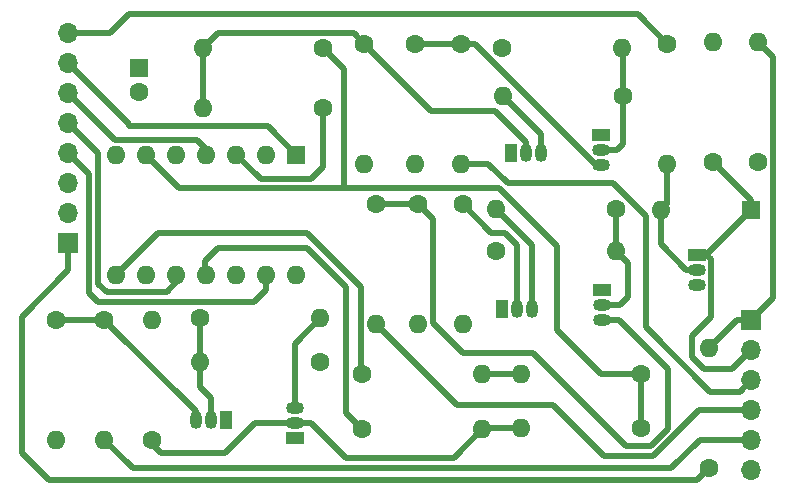
<source format=gbl>
G04 #@! TF.GenerationSoftware,KiCad,Pcbnew,6.0.0-d3dd2cf0fa~116~ubuntu20.04.1*
G04 #@! TF.CreationDate,2022-01-14T17:34:53+00:00*
G04 #@! TF.ProjectId,videopac_rgb,76696465-6f70-4616-935f-7267622e6b69,rev?*
G04 #@! TF.SameCoordinates,Original*
G04 #@! TF.FileFunction,Copper,L2,Bot*
G04 #@! TF.FilePolarity,Positive*
%FSLAX46Y46*%
G04 Gerber Fmt 4.6, Leading zero omitted, Abs format (unit mm)*
G04 Created by KiCad (PCBNEW 6.0.0-d3dd2cf0fa~116~ubuntu20.04.1) date 2022-01-14 17:34:53*
%MOMM*%
%LPD*%
G01*
G04 APERTURE LIST*
G04 #@! TA.AperFunction,ComponentPad*
%ADD10R,1.700000X1.700000*%
G04 #@! TD*
G04 #@! TA.AperFunction,ComponentPad*
%ADD11O,1.700000X1.700000*%
G04 #@! TD*
G04 #@! TA.AperFunction,ComponentPad*
%ADD12R,1.500000X1.050000*%
G04 #@! TD*
G04 #@! TA.AperFunction,ComponentPad*
%ADD13O,1.500000X1.050000*%
G04 #@! TD*
G04 #@! TA.AperFunction,ComponentPad*
%ADD14R,1.050000X1.500000*%
G04 #@! TD*
G04 #@! TA.AperFunction,ComponentPad*
%ADD15O,1.050000X1.500000*%
G04 #@! TD*
G04 #@! TA.AperFunction,ComponentPad*
%ADD16C,1.600000*%
G04 #@! TD*
G04 #@! TA.AperFunction,ComponentPad*
%ADD17O,1.600000X1.600000*%
G04 #@! TD*
G04 #@! TA.AperFunction,ComponentPad*
%ADD18R,1.600000X1.600000*%
G04 #@! TD*
G04 #@! TA.AperFunction,Conductor*
%ADD19C,0.500000*%
G04 #@! TD*
G04 APERTURE END LIST*
D10*
X99105000Y-40140000D03*
D11*
X99105000Y-42680000D03*
X99105000Y-45220000D03*
X99105000Y-47760000D03*
X99105000Y-50300000D03*
X99105000Y-52840000D03*
D12*
X86487000Y-37592000D03*
D13*
X86487000Y-38862000D03*
X86487000Y-40132000D03*
D14*
X78740000Y-26014000D03*
D15*
X80010000Y-26014000D03*
X81280000Y-26014000D03*
D16*
X77470000Y-34290000D03*
D17*
X87630000Y-34290000D03*
D16*
X89789000Y-49276000D03*
D17*
X79629000Y-49276000D03*
D16*
X88265000Y-21209000D03*
D17*
X78105000Y-21209000D03*
D16*
X74676000Y-30353000D03*
D17*
X74676000Y-40513000D03*
D12*
X94510000Y-34620000D03*
D13*
X94510000Y-35890000D03*
X94510000Y-37160000D03*
D16*
X62865000Y-22225000D03*
D17*
X52705000Y-22225000D03*
D10*
X41275000Y-33655000D03*
D11*
X41275000Y-31115000D03*
X41275000Y-28575000D03*
X41275000Y-26035000D03*
X41275000Y-23495000D03*
X41275000Y-20955000D03*
X41275000Y-18415000D03*
X41275000Y-15875000D03*
D14*
X77978000Y-39222000D03*
D15*
X79248000Y-39222000D03*
X80518000Y-39222000D03*
D16*
X99695000Y-26797000D03*
D17*
X99695000Y-16637000D03*
D16*
X66167000Y-49403000D03*
D17*
X76327000Y-49403000D03*
D16*
X89789000Y-44704000D03*
D17*
X79629000Y-44704000D03*
D16*
X91948000Y-16764000D03*
D17*
X91948000Y-26924000D03*
D16*
X77978000Y-17145000D03*
D17*
X88138000Y-17145000D03*
D16*
X67310000Y-30353000D03*
D17*
X67310000Y-40513000D03*
D16*
X48387000Y-50292000D03*
D17*
X48387000Y-40132000D03*
D16*
X52451000Y-40005000D03*
D17*
X62611000Y-40005000D03*
D16*
X40259000Y-40132000D03*
D17*
X40259000Y-50292000D03*
D14*
X54610000Y-48641000D03*
D15*
X53340000Y-48641000D03*
X52070000Y-48641000D03*
D16*
X95885000Y-26797000D03*
D17*
X95885000Y-16637000D03*
D12*
X86360000Y-24511000D03*
D13*
X86360000Y-25781000D03*
X86360000Y-27051000D03*
D16*
X70612000Y-16743000D03*
D17*
X70612000Y-26903000D03*
D16*
X62865000Y-17145000D03*
D17*
X52705000Y-17145000D03*
D16*
X66167000Y-44704000D03*
D17*
X76327000Y-44704000D03*
D12*
X60431000Y-50165000D03*
D13*
X60431000Y-48895000D03*
X60431000Y-47625000D03*
D16*
X70866000Y-30353000D03*
D17*
X70866000Y-40513000D03*
D16*
X66294000Y-16743000D03*
D17*
X66294000Y-26903000D03*
D18*
X47244000Y-18856888D03*
D16*
X47244000Y-20856888D03*
X62611000Y-43688000D03*
D17*
X52451000Y-43688000D03*
D18*
X60579000Y-26162000D03*
D17*
X58039000Y-26162000D03*
X55499000Y-26162000D03*
X52959000Y-26162000D03*
X50419000Y-26162000D03*
X47879000Y-26162000D03*
X45339000Y-26162000D03*
X45339000Y-36322000D03*
X47879000Y-36322000D03*
X50419000Y-36322000D03*
X52959000Y-36322000D03*
X55499000Y-36322000D03*
X58039000Y-36322000D03*
X60579000Y-36322000D03*
D16*
X87630000Y-30734000D03*
D17*
X77470000Y-30734000D03*
D16*
X95504000Y-52705000D03*
D17*
X95504000Y-42545000D03*
D16*
X44323000Y-40132000D03*
D17*
X44323000Y-50292000D03*
D16*
X74549000Y-16743000D03*
D17*
X74549000Y-26903000D03*
D18*
X99060000Y-30861000D03*
D17*
X91440000Y-30861000D03*
D19*
X99695000Y-16637000D02*
X100944511Y-17886511D01*
X100944511Y-17886511D02*
X100944511Y-38300489D01*
X100944511Y-38300489D02*
X99105000Y-40140000D01*
X94107000Y-41529000D02*
X95709520Y-39926480D01*
X95709520Y-39926480D02*
X95709520Y-35028520D01*
X95709520Y-35028520D02*
X95301000Y-34620000D01*
X94510000Y-34620000D02*
X95301000Y-34620000D01*
X95301000Y-34620000D02*
X99060000Y-30861000D01*
X91440000Y-30861000D02*
X91440000Y-33724022D01*
X91440000Y-33724022D02*
X93605978Y-35890000D01*
X93605978Y-35890000D02*
X94510000Y-35890000D01*
X92075000Y-49355742D02*
X92075000Y-44323000D01*
X90630742Y-50800000D02*
X92075000Y-49355742D01*
X74676000Y-42926000D02*
X80645000Y-42926000D01*
X88519000Y-50800000D02*
X90630742Y-50800000D01*
X70866000Y-30353000D02*
X72115511Y-31602511D01*
X87884000Y-40132000D02*
X86487000Y-40132000D01*
X72115511Y-40365511D02*
X74676000Y-42926000D01*
X80645000Y-42926000D02*
X88519000Y-50800000D01*
X72115511Y-31602511D02*
X72115511Y-40365511D01*
X92075000Y-44323000D02*
X87884000Y-40132000D01*
X99105000Y-47760000D02*
X94660000Y-47760000D01*
X94660000Y-47760000D02*
X90730000Y-51690000D01*
X90730000Y-51690000D02*
X86615000Y-51690000D01*
X86615000Y-51690000D02*
X82296000Y-47371000D01*
X82296000Y-47371000D02*
X74168000Y-47371000D01*
X74168000Y-47371000D02*
X67310000Y-40513000D01*
X66294000Y-16743000D02*
X72009511Y-22458511D01*
X72009511Y-22458511D02*
X77358533Y-22458511D01*
X80010000Y-25109978D02*
X80010000Y-26014000D01*
X77358533Y-22458511D02*
X80010000Y-25109978D01*
X66294000Y-16743000D02*
X65446489Y-15895489D01*
X65446489Y-15895489D02*
X53954511Y-15895489D01*
X53954511Y-15895489D02*
X52705000Y-17145000D01*
X99105000Y-40140000D02*
X97909000Y-40140000D01*
X97909000Y-40140000D02*
X95504000Y-42545000D01*
X44323000Y-50292000D02*
X46736000Y-52705000D01*
X46736000Y-52705000D02*
X92329000Y-52705000D01*
X92329000Y-52705000D02*
X94734000Y-50300000D01*
X94734000Y-50300000D02*
X99105000Y-50300000D01*
X95631000Y-46228000D02*
X98097000Y-46228000D01*
X98097000Y-46228000D02*
X99105000Y-45220000D01*
X95123000Y-44323000D02*
X97462000Y-44323000D01*
X97462000Y-44323000D02*
X99105000Y-42680000D01*
X95123000Y-44323000D02*
X94107000Y-43307000D01*
X94107000Y-43307000D02*
X94107000Y-41529000D01*
X66167000Y-44704000D02*
X66060489Y-44597489D01*
X61468000Y-32766000D02*
X48895000Y-32766000D01*
X48895000Y-32766000D02*
X45339000Y-36322000D01*
X66060489Y-44597489D02*
X66060489Y-37358489D01*
X66060489Y-37358489D02*
X61468000Y-32766000D01*
X77470000Y-30734000D02*
X80518000Y-33782000D01*
X80518000Y-33782000D02*
X80518000Y-39222000D01*
X79248000Y-33782000D02*
X79248000Y-39222000D01*
X74676000Y-30353000D02*
X77089000Y-32766000D01*
X78232000Y-32766000D02*
X79248000Y-33782000D01*
X77089000Y-32766000D02*
X78232000Y-32766000D01*
X88646000Y-35306000D02*
X87630000Y-34290000D01*
X88646000Y-38227000D02*
X88646000Y-35306000D01*
X86487000Y-38862000D02*
X88011000Y-38862000D01*
X88011000Y-38862000D02*
X88646000Y-38227000D01*
X87630000Y-30734000D02*
X87630000Y-34290000D01*
X70866000Y-30353000D02*
X67310000Y-30353000D01*
X54498022Y-51435000D02*
X49149000Y-51435000D01*
X60431000Y-48895000D02*
X57038022Y-48895000D01*
X61849000Y-48895000D02*
X60431000Y-48895000D01*
X57038022Y-48895000D02*
X54498022Y-51435000D01*
X73914000Y-51816000D02*
X64770000Y-51816000D01*
X76327000Y-49403000D02*
X73914000Y-51816000D01*
X76454000Y-49276000D02*
X76327000Y-49403000D01*
X79629000Y-49276000D02*
X76454000Y-49276000D01*
X64770000Y-51816000D02*
X61849000Y-48895000D01*
X49149000Y-51435000D02*
X48387000Y-50673000D01*
X48387000Y-50673000D02*
X48387000Y-50292000D01*
X52832000Y-35179000D02*
X52832000Y-36195000D01*
X61468000Y-34036000D02*
X53975000Y-34036000D01*
X53975000Y-34036000D02*
X52832000Y-35179000D01*
X64770000Y-37338000D02*
X61468000Y-34036000D01*
X64770000Y-48006000D02*
X64770000Y-37338000D01*
X66167000Y-49403000D02*
X64770000Y-48006000D01*
X52832000Y-36195000D02*
X52959000Y-36322000D01*
X53340000Y-46736000D02*
X53340000Y-48641000D01*
X52451000Y-45847000D02*
X53340000Y-46736000D01*
X52451000Y-40005000D02*
X52451000Y-43688000D01*
X52451000Y-43688000D02*
X52451000Y-45847000D01*
X85988370Y-27051000D02*
X86360000Y-27051000D01*
X74549000Y-16743000D02*
X75680370Y-16743000D01*
X70612000Y-16743000D02*
X74549000Y-16743000D01*
X75680370Y-16743000D02*
X85988370Y-27051000D01*
X74549000Y-26903000D02*
X76814000Y-26903000D01*
X87376000Y-28575000D02*
X90170000Y-31369000D01*
X90170000Y-36957000D02*
X90170000Y-40767000D01*
X90170000Y-40767000D02*
X95631000Y-46228000D01*
X76814000Y-26903000D02*
X78486000Y-28575000D01*
X78486000Y-28575000D02*
X87376000Y-28575000D01*
X90170000Y-31369000D02*
X90170000Y-37211000D01*
X60431000Y-42185000D02*
X60431000Y-47625000D01*
X62611000Y-40005000D02*
X60431000Y-42185000D01*
X44323000Y-40132000D02*
X52070000Y-47879000D01*
X44323000Y-40132000D02*
X40259000Y-40132000D01*
X52070000Y-47879000D02*
X52070000Y-48641000D01*
X95885000Y-26797000D02*
X99060000Y-29972000D01*
X99060000Y-29972000D02*
X99060000Y-30861000D01*
X79629000Y-44704000D02*
X76327000Y-44704000D01*
X61849000Y-28256480D02*
X57593480Y-28256480D01*
X62865000Y-27240480D02*
X61849000Y-28256480D01*
X62865000Y-22225000D02*
X62865000Y-27240480D01*
X57593480Y-28256480D02*
X55499000Y-26162000D01*
X52705000Y-22225000D02*
X52705000Y-17145000D01*
X88265000Y-17272000D02*
X88138000Y-17145000D01*
X88265000Y-25273000D02*
X88265000Y-21209000D01*
X87757000Y-25781000D02*
X88265000Y-25273000D01*
X88265000Y-21209000D02*
X88265000Y-17272000D01*
X86360000Y-25781000D02*
X87757000Y-25781000D01*
X81280000Y-24384000D02*
X78105000Y-21209000D01*
X81280000Y-26014000D02*
X81280000Y-24384000D01*
X91948000Y-16764000D02*
X89470480Y-14286480D01*
X89470480Y-14286480D02*
X46389520Y-14286480D01*
X44801000Y-15875000D02*
X46389520Y-14286480D01*
X41275000Y-15875000D02*
X44801000Y-15875000D01*
X58166000Y-23749000D02*
X60579000Y-26162000D01*
X46422000Y-23749000D02*
X58166000Y-23749000D01*
X41275000Y-18415000D02*
X46422000Y-23562000D01*
X46422000Y-23562000D02*
X46422000Y-23749000D01*
X50419000Y-36957000D02*
X50419000Y-36322000D01*
X41275000Y-23495000D02*
X43815000Y-26035000D01*
X44512480Y-37781480D02*
X49594520Y-37781480D01*
X43815000Y-37084000D02*
X44512480Y-37781480D01*
X49594520Y-37781480D02*
X50419000Y-36957000D01*
X43815000Y-26035000D02*
X43815000Y-37084000D01*
X52959000Y-25654000D02*
X52959000Y-26162000D01*
X41275000Y-20955000D02*
X45212000Y-24892000D01*
X52197000Y-24892000D02*
X52959000Y-25654000D01*
X45212000Y-24892000D02*
X52197000Y-24892000D01*
X43053000Y-37846000D02*
X43815000Y-38608000D01*
X43053000Y-27813000D02*
X43053000Y-37846000D01*
X58039000Y-37592000D02*
X58039000Y-36322000D01*
X41275000Y-26035000D02*
X43053000Y-27813000D01*
X57023000Y-38608000D02*
X58039000Y-37592000D01*
X43815000Y-38608000D02*
X57023000Y-38608000D01*
X91948000Y-30353000D02*
X91440000Y-30861000D01*
X91948000Y-26924000D02*
X91948000Y-30353000D01*
X62865000Y-17145000D02*
X64643000Y-18923000D01*
X89789000Y-44704000D02*
X89789000Y-49276000D01*
X86360000Y-44704000D02*
X89789000Y-44704000D01*
X50673000Y-28956000D02*
X64516000Y-28956000D01*
X64643000Y-18923000D02*
X64643000Y-28829000D01*
X82677000Y-41021000D02*
X86360000Y-44704000D01*
X64643000Y-28829000D02*
X64516000Y-28956000D01*
X82677000Y-33909000D02*
X82677000Y-41021000D01*
X77724000Y-28956000D02*
X82677000Y-33909000D01*
X47879000Y-26162000D02*
X50673000Y-28956000D01*
X64516000Y-28956000D02*
X77724000Y-28956000D01*
X94488000Y-53721000D02*
X95504000Y-52705000D01*
X37338000Y-51435000D02*
X39624000Y-53721000D01*
X37338000Y-39878000D02*
X37338000Y-51435000D01*
X41275000Y-33655000D02*
X41275000Y-35941000D01*
X41275000Y-35941000D02*
X37338000Y-39878000D01*
X39624000Y-53721000D02*
X94488000Y-53721000D01*
M02*

</source>
